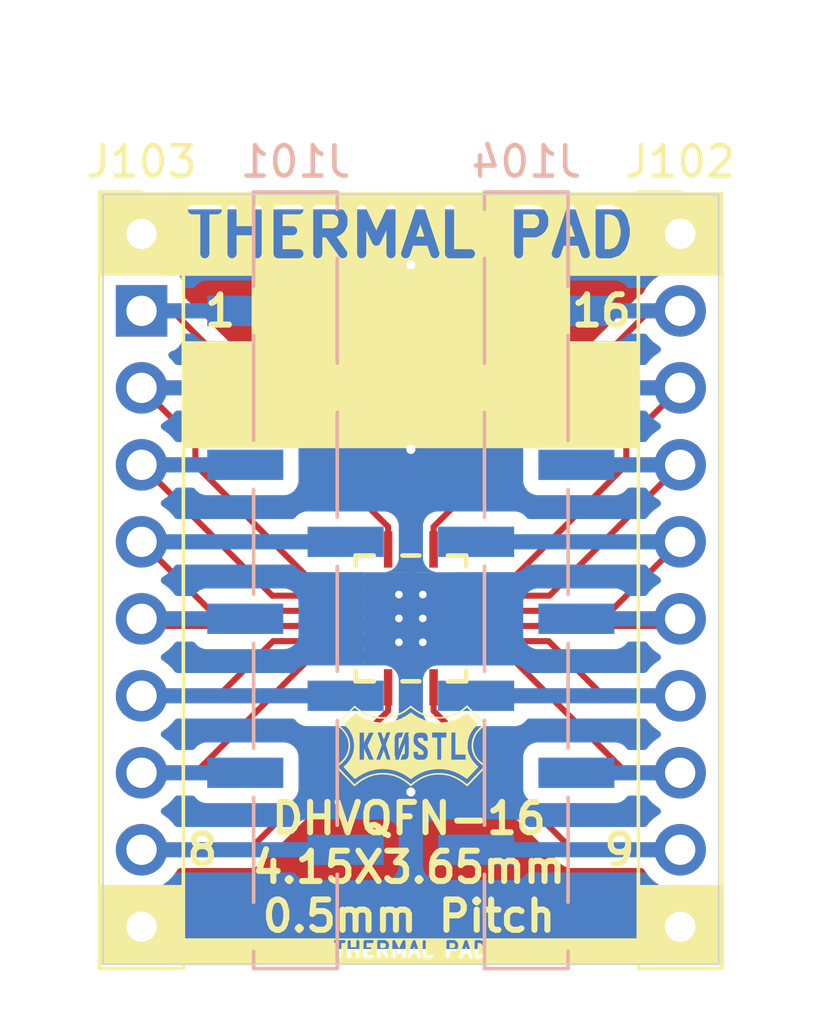
<source format=kicad_pcb>
(kicad_pcb (version 20241229) (generator "pcbnew") (generator_version "9.0")
  (layers (0 "F.Cu" signal) (2 "B.Cu" signal) (13 "F.Paste" user) (15 "B.Paste" user) (5 "F.SilkS" user "F.Silkscreen") (7 "B.SilkS" user "B.Silkscreen") (1 "F.Mask" user) (3 "B.Mask" user) (25 "Edge.Cuts" user))
  (net 0 "")
  (net 1 "/10")
  (net 2 "/3")
  (net 3 "/6")
  (net 4 "/8")
  (net 5 "/1")
  (net 6 "/7")
  (net 7 "/2")
  (net 8 "/9")
  (net 9 "/14")
  (net 10 "/15")
  (net 11 "/5")
  (net 12 "/4")
  (net 13 "/13")
  (net 14 "/12")
  (net 15 "/11")
  (net 16 "/17")
  (net 17 "/16")
  (footprint "libraries:RGY16_2P55X2P05" (layer "F.Cu") (at 133.096 112.5093)
    (property "Reference" "U101" (hide yes))
    (property "Value" "VQFN-16" (hide yes))
    (pad "1" smd rect (at -0.750001 -2.275) (size 0.28 1.2) (layers "F.Cu" "F.Mask") (net 5 "/1"))
    (pad "2" smd rect (at -2.032999 -1.25 90) (size 0.28 1.2) (layers "F.Cu" "F.Mask") (net 7 "/2"))
    (pad "3" smd rect (at -2.032999 -0.750001 90) (size 0.28 1.2) (layers "F.Cu" "F.Mask") (net 2 "/3"))
    (pad "4" smd rect (at -2.032999 -0.25 90) (size 0.28 1.2) (layers "F.Cu" "F.Mask") (net 12 "/4"))
    (pad "5" smd rect (at -2.032999 0.25 90) (size 0.28 1.2) (layers "F.Cu" "F.Mask") (net 11 "/5"))
    (pad "6" smd rect (at -2.032999 0.750001 90) (size 0.28 1.2) (layers "F.Cu" "F.Mask") (net 3 "/6"))
    (pad "7" smd rect (at -2.032999 1.25 90) (size 0.28 1.2) (layers "F.Cu" "F.Mask") (net 6 "/7"))
    (pad "8" smd rect (at -0.750001 2.275) (size 0.28 1.2) (layers "F.Cu" "F.Mask") (net 4 "/8"))
    (pad "9" smd rect (at 0.750001 2.275) (size 0.28 1.2) (layers "F.Cu" "F.Mask") (net 8 "/9"))
    (pad "10" smd rect (at 2.032999 1.25 90) (size 0.28 1.2) (layers "F.Cu" "F.Mask") (net 1 "/10"))
    (pad "11" smd rect (at 2.032999 0.750001 90) (size 0.28 1.2) (layers "F.Cu" "F.Mask") (net 15 "/11"))
    (pad "12" smd rect (at 2.032999 0.25 90) (size 0.28 1.2) (layers "F.Cu" "F.Mask") (net 14 "/12"))
    (pad "13" smd rect (at 2.032999 -0.25 90) (size 0.28 1.2) (layers "F.Cu" "F.Mask") (net 13 "/13"))
    (pad "14" smd rect (at 2.032999 -0.750001 90) (size 0.28 1.2) (layers "F.Cu" "F.Mask") (net 9 "/14"))
    (pad "15" smd rect (at 2.032999 -1.25 90) (size 0.28 1.2) (layers "F.Cu" "F.Mask") (net 10 "/15"))
    (pad "16" smd rect (at 0.750001 -2.275) (size 0.28 1.2) (layers "F.Cu" "F.Mask") (net 17 "/16"))
    (pad "17" thru_hole circle (at -0.3937 -0.7874) (size 0.508 0.508) (drill 0.254) (layers "*.Cu" "*.Mask") (net 16 "/17"))
    (pad "17" thru_hole circle (at -0.3937 0) (size 0.508 0.508) (drill 0.254) (layers "*.Cu" "*.Mask") (net 16 "/17"))
    (pad "17" thru_hole circle (at -0.3937 0.7874) (size 0.508 0.508) (drill 0.254) (layers "*.Cu" "*.Mask") (net 16 "/17"))
    (pad "17" smd rect (at 0 0) (size 2.05 2.55) (layers "F.Cu" "F.Mask") (net 16 "/17"))
    (pad "17" thru_hole circle (at 0.3937 -0.7874) (size 0.508 0.508) (drill 0.254) (layers "*.Cu" "*.Mask") (net 16 "/17"))
    (pad "17" thru_hole circle (at 0.3937 0) (size 0.508 0.508) (drill 0.254) (layers "*.Cu" "*.Mask") (net 16 "/17"))
    (pad "17" thru_hole circle (at 0.3937 0.7874) (size 0.508 0.508) (drill 0.254) (layers "*.Cu" "*.Mask") (net 16 "/17"))
  )
  (footprint "libraries:Logo_5mm_inv" (layer "F.Cu") (at 133.096 116.713)
    (property "Reference" "G***" (hide yes))
    (property "Value" "LOGO" (hide yes))
  )
  (footprint "Connector_PinHeader_2.54mm:PinHeader_1x10_P2.54mm_Vertical" (layer "F.Cu") (at 124.206 99.822)
    (property "Reference" "J103" (at 0 -2.38 0) (layer "F.SilkS"))
    (property "Value" "Conn_01x12")
    (pad "1" thru_hole circle (at 0 0) (size 1.7 1.7) (drill 1) (layers "*.Cu" "*.Mask") (net 16 "/17"))
    (pad "2" thru_hole rect (at 0 2.54) (size 1.7 1.7) (drill 1) (layers "*.Cu" "*.Mask") (net 5 "/1"))
    (pad "3" thru_hole circle (at 0 5.08) (size 1.7 1.7) (drill 1) (layers "*.Cu" "*.Mask") (net 7 "/2"))
    (pad "4" thru_hole circle (at 0 7.62) (size 1.7 1.7) (drill 1) (layers "*.Cu" "*.Mask") (net 2 "/3"))
    (pad "5" thru_hole circle (at 0 10.16) (size 1.7 1.7) (drill 1) (layers "*.Cu" "*.Mask") (net 12 "/4"))
    (pad "6" thru_hole circle (at 0 12.7) (size 1.7 1.7) (drill 1) (layers "*.Cu" "*.Mask") (net 11 "/5"))
    (pad "7" thru_hole circle (at 0 15.24) (size 1.7 1.7) (drill 1) (layers "*.Cu" "*.Mask") (net 3 "/6"))
    (pad "8" thru_hole circle (at 0 17.78) (size 1.7 1.7) (drill 1) (layers "*.Cu" "*.Mask") (net 6 "/7"))
    (pad "9" thru_hole circle (at 0 20.32) (size 1.7 1.7) (drill 1) (layers "*.Cu" "*.Mask") (net 4 "/8"))
    (pad "10" thru_hole circle (at 0 22.86) (size 1.7 1.7) (drill 1) (layers "*.Cu" "*.Mask") (net 16 "/17"))
  )
  (footprint "Connector_PinHeader_2.54mm:PinHeader_1x10_P2.54mm_Vertical" (layer "F.Cu") (at 141.986 99.822)
    (property "Reference" "J102" (at 0 -2.38 0) (layer "F.SilkS"))
    (property "Value" "Conn_01x09")
    (pad "1" thru_hole circle (at 0 0) (size 1.7 1.7) (drill 1) (layers "*.Cu" "*.Mask") (net 16 "/17"))
    (pad "2" thru_hole circle (at 0 2.54) (size 1.7 1.7) (drill 1) (layers "*.Cu" "*.Mask") (net 17 "/16"))
    (pad "3" thru_hole circle (at 0 5.08) (size 1.7 1.7) (drill 1) (layers "*.Cu" "*.Mask") (net 10 "/15"))
    (pad "4" thru_hole circle (at 0 7.62) (size 1.7 1.7) (drill 1) (layers "*.Cu" "*.Mask") (net 9 "/14"))
    (pad "5" thru_hole circle (at 0 10.16) (size 1.7 1.7) (drill 1) (layers "*.Cu" "*.Mask") (net 13 "/13"))
    (pad "6" thru_hole circle (at 0 12.7) (size 1.7 1.7) (drill 1) (layers "*.Cu" "*.Mask") (net 14 "/12"))
    (pad "7" thru_hole circle (at 0 15.24) (size 1.7 1.7) (drill 1) (layers "*.Cu" "*.Mask") (net 15 "/11"))
    (pad "8" thru_hole circle (at 0 17.78) (size 1.7 1.7) (drill 1) (layers "*.Cu" "*.Mask") (net 1 "/10"))
    (pad "9" thru_hole circle (at 0 20.32) (size 1.7 1.7) (drill 1) (layers "*.Cu" "*.Mask") (net 8 "/9"))
    (pad "10" thru_hole circle (at 0 22.86) (size 1.7 1.7) (drill 1) (layers "*.Cu" "*.Mask") (net 16 "/17"))
  )
  (footprint "Connector_PinHeader_2.54mm:PinHeader_1x10_P2.54mm_Vertical_SMD_Pin1Left" (layer "B.Cu") (at 129.286 111.252 180)
    (property "Reference" "J101" (at 0 13.81 0) (layer "B.SilkS") (effects (justify mirror)))
    (property "Value" "Conn_01x09")
    (pad "1" smd rect (at -1.655 11.43 180) (size 2.51 1) (layers "B.Cu" "B.Mask" "B.Paste") (net 16 "/17"))
    (pad "2" smd rect (at 1.655 8.89 180) (size 2.51 1) (layers "B.Cu" "B.Mask" "B.Paste") (net 5 "/1"))
    (pad "3" smd rect (at -1.655 6.35 180) (size 2.51 1) (layers "B.Cu" "B.Mask" "B.Paste") (net 7 "/2"))
    (pad "4" smd rect (at 1.655 3.81 180) (size 2.51 1) (layers "B.Cu" "B.Mask" "B.Paste") (net 2 "/3"))
    (pad "5" smd rect (at -1.655 1.27 180) (size 2.51 1) (layers "B.Cu" "B.Mask" "B.Paste") (net 12 "/4"))
    (pad "6" smd rect (at 1.655 -1.27 180) (size 2.51 1) (layers "B.Cu" "B.Mask" "B.Paste") (net 11 "/5"))
    (pad "7" smd rect (at -1.655 -3.81 180) (size 2.51 1) (layers "B.Cu" "B.Mask" "B.Paste") (net 3 "/6"))
    (pad "8" smd rect (at 1.655 -6.35 180) (size 2.51 1) (layers "B.Cu" "B.Mask" "B.Paste") (net 6 "/7"))
    (pad "9" smd rect (at -1.655 -8.89 180) (size 2.51 1) (layers "B.Cu" "B.Mask" "B.Paste") (net 4 "/8"))
    (pad "10" smd rect (at 1.655 -11.43 180) (size 2.51 1) (layers "B.Cu" "B.Mask" "B.Paste") (net 16 "/17"))
  )
  (footprint "Connector_PinHeader_2.54mm:PinHeader_1x10_P2.54mm_Vertical_SMD_Pin1Right" (layer "B.Cu") (at 136.906 111.252 180)
    (property "Reference" "J104" (at 0 13.81 0) (layer "B.SilkS") (effects (justify mirror)))
    (property "Value" "Conn_01x09")
    (pad "1" smd rect (at 1.655 11.43 180) (size 2.51 1) (layers "B.Cu" "B.Mask" "B.Paste") (net 16 "/17"))
    (pad "2" smd rect (at -1.655 8.89 180) (size 2.51 1) (layers "B.Cu" "B.Mask" "B.Paste") (net 17 "/16"))
    (pad "3" smd rect (at 1.655 6.35 180) (size 2.51 1) (layers "B.Cu" "B.Mask" "B.Paste") (net 10 "/15"))
    (pad "4" smd rect (at -1.655 3.81 180) (size 2.51 1) (layers "B.Cu" "B.Mask" "B.Paste") (net 9 "/14"))
    (pad "5" smd rect (at 1.655 1.27 180) (size 2.51 1) (layers "B.Cu" "B.Mask" "B.Paste") (net 13 "/13"))
    (pad "6" smd rect (at -1.655 -1.27 180) (size 2.51 1) (layers "B.Cu" "B.Mask" "B.Paste") (net 14 "/12"))
    (pad "7" smd rect (at 1.655 -3.81 180) (size 2.51 1) (layers "B.Cu" "B.Mask" "B.Paste") (net 15 "/11"))
    (pad "8" smd rect (at -1.655 -6.35 180) (size 2.51 1) (layers "B.Cu" "B.Mask" "B.Paste") (net 1 "/10"))
    (pad "9" smd rect (at 1.655 -8.89 180) (size 2.51 1) (layers "B.Cu" "B.Mask" "B.Paste") (net 8 "/9"))
    (pad "10" smd rect (at -1.655 -11.43 180) (size 2.51 1) (layers "B.Cu" "B.Mask" "B.Paste") (net 16 "/17"))
  )
  (gr_rect (start 135.642968 123.114197) (end 141.097 123.893692) (stroke (width 0.1)) (fill yes) (layer "F.SilkS"))
  (gr_rect (start 122.809 121.352763) (end 125.530898 123.892763) (stroke (width 0.1)) (fill yes) (layer "F.SilkS"))
  (gr_rect (start 125.121358 123.114149) (end 130.504688 123.901549) (stroke (width 0.1)) (fill yes) (layer "F.SilkS"))
  (gr_rect (start 140.640913 121.352763) (end 143.383 123.892763) (stroke (width 0.1)) (fill yes) (layer "F.SilkS"))
  (gr_rect (start 122.809 98.488375) (end 125.5945 101.155625) (stroke (width 0.1)) (fill yes) (layer "F.SilkS"))
  (gr_rect (start 125.222 98.488375) (end 140.63975 98.716975) (stroke (width 0.1)) (fill yes) (layer "F.SilkS"))
  (gr_rect (start 125.603 103.414726) (end 140.589 106.843726) (stroke (width 0.1)) (fill yes) (layer "F.SilkS"))
  (gr_rect (start 130.302 123.809902) (end 135.763 123.892763) (stroke (width 0.1)) (fill yes) (layer "F.SilkS"))
  (gr_rect (start 125.04425 100.749225) (end 141.351 101.155625) (stroke (width 0.1)) (fill yes) (layer "F.SilkS"))
  (gr_rect (start 127.889 101.065101) (end 138.303 105.256101) (stroke (width 0.1)) (fill yes) (layer "F.SilkS"))
  (gr_rect (start 140.49175 98.488375) (end 143.35325 101.155625) (stroke (width 0.1)) (fill yes) (layer "F.SilkS"))
  (gr_rect (start 122.936 98.515274) (end 143.256 123.915274) (stroke (width 0.05)) (fill no) (layer "Edge.Cuts"))
  (gr_text "16" (at 139.389 102.362 0) (layer "F.SilkS") (effects (font (size 1 1) (thickness 0.2) (bold yes))))
  (gr_text "THERMAL PAD" (at 133.096 99.822 0) (layer "F.SilkS" knockout) (effects (font (size 1.45 1.45) (thickness 0.3))))
  (gr_text "1" (at 126.803 102.362 0) (layer "F.SilkS") (effects (font (size 1 1) (thickness 0.2) (bold yes))))
  (gr_text "DHVQFN-16\n4.15X3.65mm\n0.5mm Pitch" (at 133.0325 122.915507 0) (layer "F.SilkS") (effects (font (size 1 1) (thickness 0.2) (bold yes)) (justify bottom)))
  (gr_text "9" (at 140.589 120.142 0) (layer "F.SilkS") (effects (font (size 1 1) (thickness 0.2) (bold yes)) (justify right)))
  (gr_text "THERMAL PAD" (at 133.096 123.444 0) (layer "F.SilkS" knockout) (effects (font (size 0.5 0.5) (thickness 0.1) (bold yes))))
  (gr_text "8" (at 125.603 120.142 0) (layer "F.SilkS") (effects (font (size 1 1) (thickness 0.2) (bold yes)) (justify left)))
  (segment (start 136.3653 113.7593) (end 140.208 117.602) (width 0.2) (layer "F.Cu") (net 1))
  (segment (start 140.208 117.602) (end 141.986 117.602) (width 0.2) (layer "F.Cu") (net 1))
  (segment (start 135.128999 113.7593) (end 136.3653 113.7593) (width 0.2) (layer "F.Cu") (net 1))
  (segment (start 138.561 117.602) (end 141.986 117.602) (width 0.5) (layer "B.Cu") (net 1))
  (segment (start 131.063001 111.759299) (end 128.523299 111.759299) (width 0.2) (layer "F.Cu") (net 2))
  (segment (start 128.523299 111.759299) (end 124.206 107.442) (width 0.2) (layer "F.Cu") (net 2))
  (segment (start 127.631 107.442) (end 124.206 107.442) (width 0.5) (layer "B.Cu") (net 2))
  (segment (start 128.548699 113.259301) (end 126.746 115.062) (width 0.2) (layer "F.Cu") (net 3))
  (segment (start 126.746 115.062) (end 124.206 115.062) (width 0.2) (layer "F.Cu") (net 3))
  (segment (start 131.063001 113.259301) (end 128.548699 113.259301) (width 0.2) (layer "F.Cu") (net 3))
  (segment (start 124.206 115.062) (end 130.941 115.062) (width 0.5) (layer "B.Cu") (net 3))
  (segment (start 127.762 120.142) (end 124.206 120.142) (width 0.2) (layer "F.Cu") (net 4))
  (segment (start 132.345999 114.7843) (end 132.345999 115.558001) (width 0.2) (layer "F.Cu") (net 4))
  (segment (start 132.345999 115.558001) (end 127.762 120.142) (width 0.2) (layer "F.Cu") (net 4))
  (segment (start 130.941 120.142) (end 124.206 120.142) (width 0.5) (layer "B.Cu") (net 4))
  (segment (start 132.345999 110.2343) (end 132.345999 109.485999) (width 0.2) (layer "F.Cu") (net 5))
  (segment (start 125.222 102.362) (end 124.206 102.362) (width 0.2) (layer "F.Cu") (net 5))
  (segment (start 132.345999 109.485999) (end 125.222 102.362) (width 0.2) (layer "F.Cu") (net 5))
  (segment (start 127.631 102.362) (end 124.206 102.362) (width 0.5) (layer "B.Cu") (net 5))
  (segment (start 131.063001 113.7593) (end 129.8267 113.7593) (width 0.2) (layer "F.Cu") (net 6))
  (segment (start 125.984 117.602) (end 124.206 117.602) (width 0.2) (layer "F.Cu") (net 6))
  (segment (start 129.8267 113.7593) (end 125.984 117.602) (width 0.2) (layer "F.Cu") (net 6))
  (segment (start 127.631 117.602) (end 124.206 117.602) (width 0.5) (layer "B.Cu") (net 6))
  (segment (start 125.984 106.68) (end 124.206 104.902) (width 0.2) (layer "F.Cu") (net 7))
  (segment (start 125.984 107.442) (end 125.984 106.68) (width 0.2) (layer "F.Cu") (net 7))
  (segment (start 129.8013 111.2593) (end 125.984 107.442) (width 0.2) (layer "F.Cu") (net 7))
  (segment (start 131.063001 111.2593) (end 129.8013 111.2593) (width 0.2) (layer "F.Cu") (net 7))
  (segment (start 124.206 105.156) (end 124.206 104.902) (width 0.2) (layer "F.Cu") (net 7))
  (segment (start 124.206 104.902) (end 130.941 104.902) (width 0.5) (layer "B.Cu") (net 7))
  (segment (start 138.43 120.142) (end 141.986 120.142) (width 0.2) (layer "F.Cu") (net 8))
  (segment (start 133.846001 115.558001) (end 138.43 120.142) (width 0.2) (layer "F.Cu") (net 8))
  (segment (start 133.846001 114.7843) (end 133.846001 115.558001) (width 0.2) (layer "F.Cu") (net 8))
  (segment (start 141.986 120.142) (end 135.251 120.142) (width 0.5) (layer "B.Cu") (net 8))
  (segment (start 135.128999 111.759299) (end 137.668701 111.759299) (width 0.2) (layer "F.Cu") (net 9))
  (segment (start 137.668701 111.759299) (end 141.986 107.442) (width 0.2) (layer "F.Cu") (net 9))
  (segment (start 138.561 107.442) (end 141.986 107.442) (width 0.5) (layer "B.Cu") (net 9))
  (segment (start 140.208 106.68) (end 141.986 104.902) (width 0.2) (layer "F.Cu") (net 10))
  (segment (start 135.128999 111.2593) (end 136.3907 111.2593) (width 0.2) (layer "F.Cu") (net 10))
  (segment (start 136.3907 111.2593) (end 140.208 107.442) (width 0.2) (layer "F.Cu") (net 10))
  (segment (start 140.208 107.442) (end 140.208 106.68) (width 0.2) (layer "F.Cu") (net 10))
  (segment (start 141.986 104.902) (end 135.251 104.902) (width 0.5) (layer "B.Cu") (net 10))
  (segment (start 131.063001 112.7593) (end 124.4433 112.7593) (width 0.2) (layer "F.Cu") (net 11))
  (segment (start 124.4433 112.7593) (end 124.206 112.522) (width 0.2) (layer "F.Cu") (net 11))
  (segment (start 127.631 112.522) (end 124.206 112.522) (width 0.5) (layer "B.Cu") (net 11))
  (segment (start 126.4833 112.2593) (end 124.206 109.982) (width 0.2) (layer "F.Cu") (net 12))
  (segment (start 131.063001 112.2593) (end 126.4833 112.2593) (width 0.2) (layer "F.Cu") (net 12))
  (segment (start 124.206 109.982) (end 130.941 109.982) (width 0.5) (layer "B.Cu") (net 12))
  (segment (start 135.128999 112.2593) (end 139.7087 112.2593) (width 0.2) (layer "F.Cu") (net 13))
  (segment (start 139.7087 112.2593) (end 141.986 109.982) (width 0.2) (layer "F.Cu") (net 13))
  (segment (start 141.986 109.982) (end 135.251 109.982) (width 0.5) (layer "B.Cu") (net 13))
  (segment (start 141.7487 112.7593) (end 141.986 112.522) (width 0.2) (layer "F.Cu") (net 14))
  (segment (start 135.128999 112.7593) (end 141.7487 112.7593) (width 0.2) (layer "F.Cu") (net 14))
  (segment (start 138.561 112.522) (end 141.986 112.522) (width 0.5) (layer "B.Cu") (net 14))
  (segment (start 135.128999 113.259301) (end 137.643301 113.259301) (width 0.2) (layer "F.Cu") (net 15))
  (segment (start 139.446 115.062) (end 141.986 115.062) (width 0.2) (layer "F.Cu") (net 15))
  (segment (start 137.643301 113.259301) (end 139.446 115.062) (width 0.2) (layer "F.Cu") (net 15))
  (segment (start 141.986 115.062) (end 135.251 115.062) (width 0.5) (layer "B.Cu") (net 15))
  (segment (start 133.096 112.5093) (end 133.096 106.934) (width 0.3) (layer "F.Cu") (net 16))
  (segment (start 133.096 118.237) (end 133.096 112.5093) (width 0.3) (layer "F.Cu") (net 16))
  (via (at 133.096 118.237) (size 0.6) (drill 0.3) (layers "F.Cu" "B.Cu") (net 16))
  (via (at 133.096 106.934) (size 0.6) (drill 0.3) (layers "F.Cu" "B.Cu") (net 16))
  (via (at 133.096 100.838) (size 0.6) (drill 0.3) (layers "F.Cu" "B.Cu") (net 16))
  (segment (start 124.206 99.822) (end 141.986 99.822) (width 0.5) (layer "B.Cu") (net 16))
  (segment (start 124.206 122.682) (end 141.986 122.682) (width 0.5) (layer "B.Cu") (net 16))
  (segment (start 140.97 102.362) (end 141.986 102.362) (width 0.2) (layer "F.Cu") (net 17))
  (segment (start 133.846001 110.2343) (end 133.846001 109.485999) (width 0.2) (layer "F.Cu") (net 17))
  (segment (start 133.846001 109.485999) (end 140.97 102.362) (width 0.2) (layer "F.Cu") (net 17))
  (segment (start 138.561 102.362) (end 141.986 102.362) (width 0.5) (layer "B.Cu") (net 17))
  (zone (net 16) (net_name "/17") (layers "F.Cu" "B.Cu") (priority 1) (connect_pads yes (clearance 0.5)) (min_thickness 0.25) (fill yes (thermal_gap 0.5) (thermal_bridge_width 0.5))
    (polygon (pts (xy 122.988658 98.50523) (xy 143.308658 98.50523) (xy 143.308658 123.90523) (xy 122.988658 123.90523)))
  )
  (zone (net 10) (net_name "/15") (layer "B.Cu") (connect_pads yes (clearance 0.5)) (min_thickness 0.25) (fill yes (thermal_gap 0.5) (thermal_bridge_width 0.5))
    (polygon (pts (xy 131.826 92.106037) (xy 131.826 125.253037) (xy 134.366 125.253037) (xy 134.366 92.106037)))
  )
  (zone (net 16) (net_name "/17") (layer "B.Cu") (priority 2) (connect_pads yes (clearance 0)) (min_thickness 0.025) (fill yes (thermal_gap 0.5) (thermal_bridge_width 0.5))
    (polygon (pts (xy 131.572 110.998) (xy 134.62 110.998) (xy 134.62 114.046) (xy 131.572 114.046)))
  )
)
</source>
